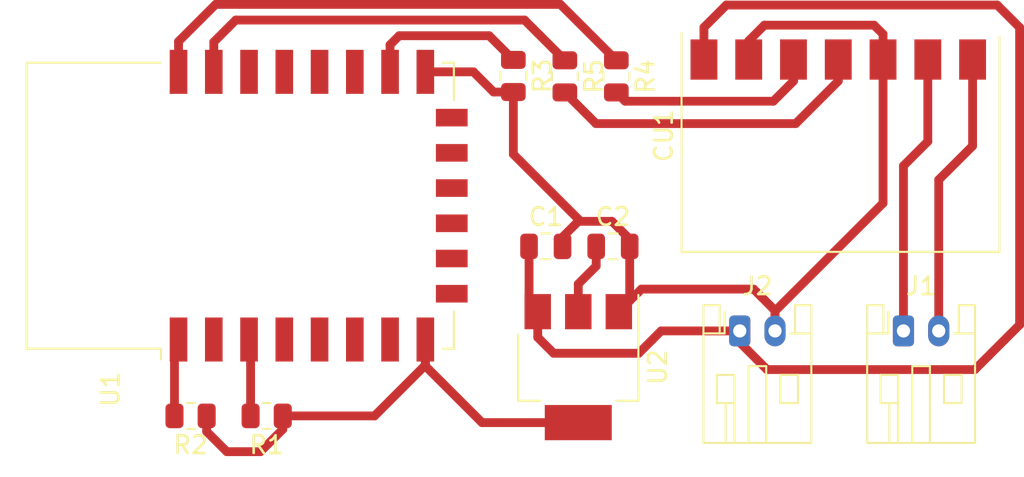
<source format=kicad_pcb>
(kicad_pcb (version 20211014) (generator pcbnew)
  (layers (0 "F.Cu" signal) (31 "B.Cu" signal) (34 "B.Paste" user) (35 "F.Paste" user) (36 "B.SilkS" user "B.Silkscreen") (37 "F.SilkS" user "F.Silkscreen") (38 "B.Mask" user) (39 "F.Mask" user) (44 "Edge.Cuts" user))
  (net 0 "")
  (net 1 "+5V")
  (net 2 "GND")
  (net 3 "+3.3V")
  (net 4 "Net-(CU1-Pad3)")
  (net 5 "Net-(CU1-Pad4)")
  (net 6 "/IN_A")
  (net 7 "/IN_B")
  (net 8 "Net-(R1-Pad2)")
  (net 9 "Net-(R2-Pad2)")
  (net 10 "Net-(R3-Pad1)")
  (net 11 "/ESP_TX")
  (net 12 "/ESP_RX")
  (footprint "-local:R411A01" (layer "F.Cu") (at 116.983 70.695 90)
    (fp_text reference "CU1" (at 6.096 -1.524 90 unlocked) (layer "F.SilkS"))
    (fp_text value "R411A01")
    (fp_line (start -0.508 -0.508) (end -0.508 17.526) (layer "F.SilkS") (width 0.12))
    (fp_line (start 11.938 -0.508) (end -0.508 -0.508) (layer "F.SilkS") (width 0.12))
    (fp_line (start -0.508 17.526) (end 11.684 17.526) (layer "F.SilkS") (width 0.12))
    (pad "1" smd rect (at 10.414 0.762 90) (size 2.286 1.524) (layers "F.Cu" "F.Paste" "F.Mask") (net 1 "+5V"))
    (pad "2" smd rect (at 10.414 3.302 90) (size 2.286 1.524) (layers "F.Cu" "F.Paste" "F.Mask") (net 2 "GND"))
    (pad "3" smd rect (at 10.414 5.842 90) (size 2.286 1.524) (layers "F.Cu" "F.Paste" "F.Mask") (net 4 "Net-(CU1-Pad3)"))
    (pad "4" smd rect (at 10.414 8.382 90) (size 2.286 1.524) (layers "F.Cu" "F.Paste" "F.Mask") (net 5 "Net-(CU1-Pad4)"))
    (pad "5" smd rect (at 10.414 10.922 90) (size 2.286 1.524) (layers "F.Cu" "F.Paste" "F.Mask") (net 2 "GND"))
    (pad "6" smd rect (at 10.414 13.462 90) (size 2.286 1.524) (layers "F.Cu" "F.Paste" "F.Mask") (net 6 "/IN_A"))
    (pad "7" smd rect (at 10.414 16.002 90) (size 2.286 1.524) (layers "F.Cu" "F.Paste" "F.Mask") (net 7 "/IN_B"))
  )
  (footprint "Resistor_SMD:R_0805_2012Metric" (layer "F.Cu") (at 106.934 61.214 -90)
    (fp_text reference "R3" (at 0 -1.65 90) (layer "F.SilkS"))
    (fp_text value "10k")
    (fp_line (start -0.227064 0.735) (end 0.227064 0.735) (layer "F.SilkS") (width 0.12))
    (fp_line (start -0.227064 -0.735) (end 0.227064 -0.735) (layer "F.SilkS") (width 0.12))
    (pad "1" smd roundrect (at -0.9125 0 270) (size 1.025 1.4) (layers "F.Cu" "F.Paste" "F.Mask") (roundrect_rratio 0.243902) (net 10 "Net-(R3-Pad1)"))
    (pad "2" smd roundrect (at 0.9125 0 270) (size 1.025 1.4) (layers "F.Cu" "F.Paste" "F.Mask") (roundrect_rratio 0.243902) (net 2 "GND"))
  )
  (footprint "Resistor_SMD:R_0805_2012Metric" (layer "F.Cu") (at 92.9405 80.518 180)
    (fp_text reference "R1" (at 0 -1.65) (layer "F.SilkS"))
    (fp_text value "10k")
    (fp_line (start -0.227064 -0.735) (end 0.227064 -0.735) (layer "F.SilkS") (width 0.12))
    (fp_line (start -0.227064 0.735) (end 0.227064 0.735) (layer "F.SilkS") (width 0.12))
    (pad "1" smd roundrect (at -0.9125 0 180) (size 1.025 1.4) (layers "F.Cu" "F.Paste" "F.Mask") (roundrect_rratio 0.243902) (net 3 "+3.3V"))
    (pad "2" smd roundrect (at 0.9125 0 180) (size 1.025 1.4) (layers "F.Cu" "F.Paste" "F.Mask") (roundrect_rratio 0.243902) (net 8 "Net-(R1-Pad2)"))
  )
  (footprint "Connector_JST:JST_PH_S2B-PH-K_1x02_P2.00mm_Horizontal" (layer "F.Cu") (at 119.777 75.692)
    (fp_text reference "J2" (at 1 -2.55) (layer "F.SilkS"))
    (fp_text value "Conn_01x02")
    (fp_line (start 2.3 2.5) (end 3.3 2.5) (layer "F.SilkS") (width 0.12))
    (fp_line (start -2.06 0.14) (end -1.14 0.14) (layer "F.SilkS") (width 0.12))
    (fp_line (start 0.5 2) (end 1.5 2) (layer "F.SilkS") (width 0.12))
    (fp_line (start -0.86 0.14) (end -1.14 0.14) (layer "F.SilkS") (width 0.12))
    (fp_line (start -0.3 4.1) (end -0.3 6.36) (layer "F.SilkS") (width 0.12))
    (fp_line (start 1.5 2) (end 1.5 6.36) (layer "F.SilkS") (width 0.12))
    (fp_line (start -0.8 4.1) (end -0.8 6.36) (layer "F.SilkS") (width 0.12))
    (fp_line (start -0.3 4.1) (end -0.3 2.5) (layer "F.SilkS") (width 0.12))
    (fp_line (start -1.14 -1.46) (end -2.06 -1.46) (layer "F.SilkS") (width 0.12))
    (fp_line (start 3.3 2.5) (end 3.3 4.1) (layer "F.SilkS") (width 0.12))
    (fp_line (start 0.5 6.36) (end 0.5 2) (layer "F.SilkS") (width 0.12))
    (fp_line (start -0.3 2.5) (end -1.3 2.5) (layer "F.SilkS") (width 0.12))
    (fp_line (start 3.14 0.14) (end 2.86 0.14) (layer "F.SilkS") (width 0.12))
    (fp_line (start -0.86 0.14) (end -0.86 -1.075) (layer "F.SilkS") (width 0.12))
    (fp_line (start 3.14 -1.46) (end 3.14 0.14) (layer "F.SilkS") (width 0.12))
    (fp_line (start -1.14 0.14) (end -1.14 -1.46) (layer "F.SilkS") (width 0.12))
    (fp_line (start 3.3 4.1) (end 2.3 4.1) (layer "F.SilkS") (width 0.12))
    (fp_line (start 4.06 0.14) (end 3.14 0.14) (layer "F.SilkS") (width 0.12))
    (fp_line (start 4.06 6.36) (end 4.06 -1.46) (layer "F.SilkS") (width 0.12))
    (fp_line (start -1.3 4.1) (end -0.3 4.1) (layer "F.SilkS") (width 0.12))
    (fp_line (start -2.06 6.36) (end 4.06 6.36) (layer "F.SilkS") (width 0.12))
    (fp_line (start 2.3 4.1) (end 2.3 2.5) (layer "F.SilkS") (width 0.12))
    (fp_line (start -2.06 -1.46) (end -2.06 6.36) (layer "F.SilkS") (width 0.12))
    (fp_line (start 4.06 -1.46) (end 3.14 -1.46) (layer "F.SilkS") (width 0.12))
    (fp_line (start -1.3 2.5) (end -1.3 4.1) (layer "F.SilkS") (width 0.12))
    (pad "1" thru_hole roundrect (at 0 0) (size 1.2 1.75) (drill 0.75) (layers *.Cu *.Mask) (roundrect_rratio 0.208333) (net 1 "+5V"))
    (pad "2" thru_hole oval (at 2 0) (size 1.2 1.75) (drill 0.75) (layers *.Cu *.Mask) (net 2 "GND"))
  )
  (footprint "Resistor_SMD:R_0805_2012Metric" (layer "F.Cu") (at 109.855 61.2375 -90)
    (fp_text reference "R5" (at 0 -1.65 90) (layer "F.SilkS"))
    (fp_text value "0")
    (fp_line (start -0.227064 -0.735) (end 0.227064 -0.735) (layer "F.SilkS") (width 0.12))
    (fp_line (start -0.227064 0.735) (end 0.227064 0.735) (layer "F.SilkS") (width 0.12))
    (pad "1" smd roundrect (at -0.9125 0 270) (size 1.025 1.4) (layers "F.Cu" "F.Paste" "F.Mask") (roundrect_rratio 0.243902) (net 12 "/ESP_RX"))
    (pad "2" smd roundrect (at 0.9125 0 270) (size 1.025 1.4) (layers "F.Cu" "F.Paste" "F.Mask") (roundrect_rratio 0.243902) (net 5 "Net-(CU1-Pad4)"))
  )
  (footprint "Resistor_SMD:R_0805_2012Metric" (layer "F.Cu") (at 112.776 61.2375 -90)
    (fp_text reference "R4" (at 0 -1.65 90) (layer "F.SilkS"))
    (fp_text value "0")
    (fp_line (start -0.227064 0.735) (end 0.227064 0.735) (layer "F.SilkS") (width 0.12))
    (fp_line (start -0.227064 -0.735) (end 0.227064 -0.735) (layer "F.SilkS") (width 0.12))
    (pad "1" smd roundrect (at -0.9125 0 270) (size 1.025 1.4) (layers "F.Cu" "F.Paste" "F.Mask") (roundrect_rratio 0.243902) (net 11 "/ESP_TX"))
    (pad "2" smd roundrect (at 0.9125 0 270) (size 1.025 1.4) (layers "F.Cu" "F.Paste" "F.Mask") (roundrect_rratio 0.243902) (net 4 "Net-(CU1-Pad3)"))
  )
  (footprint "Package_TO_SOT_SMD:SOT-223-3_TabPin2" (layer "F.Cu") (at 110.617 77.749 -90)
    (fp_text reference "U2" (at 0 -4.5 90) (layer "F.SilkS"))
    (fp_text value "AMS1117-3.3")
    (fp_line (start -1.85 3.41) (end 1.91 3.41) (layer "F.SilkS") (width 0.12))
    (fp_line (start 1.91 3.41) (end 1.91 2.15) (layer "F.SilkS") (width 0.12))
    (fp_line (start 1.91 -3.41) (end 1.91 -2.15) (layer "F.SilkS") (width 0.12))
    (fp_line (start -4.1 -3.41) (end 1.91 -3.41) (layer "F.SilkS") (width 0.12))
    (pad "1" smd rect (at -3.15 -2.3 270) (size 2 1.5) (layers "F.Cu" "F.Paste" "F.Mask") (net 2 "GND"))
    (pad "2" smd rect (at -3.15 0 270) (size 2 1.5) (layers "F.Cu" "F.Paste" "F.Mask") (net 3 "+3.3V"))
    (pad "2" smd rect (at 3.15 0 270) (size 2 3.8) (layers "F.Cu" "F.Paste" "F.Mask") (net 3 "+3.3V"))
    (pad "3" smd rect (at -3.15 2.3 270) (size 2 1.5) (layers "F.Cu" "F.Paste" "F.Mask") (net 1 "+5V"))
  )
  (footprint "Connector_JST:JST_PH_S2B-PH-K_1x02_P2.00mm_Horizontal" (layer "F.Cu") (at 129.064 75.692)
    (fp_text reference "J1" (at 1 -2.55) (layer "F.SilkS"))
    (fp_text value "Conn_01x02")
    (fp_line (start 1.5 2) (end 1.5 6.36) (layer "F.SilkS") (width 0.12))
    (fp_line (start 3.14 0.14) (end 2.86 0.14) (layer "F.SilkS") (width 0.12))
    (fp_line (start 4.06 6.36) (end 4.06 -1.46) (layer "F.SilkS") (width 0.12))
    (fp_line (start 3.14 -1.46) (end 3.14 0.14) (layer "F.SilkS") (width 0.12))
    (fp_line (start -0.8 4.1) (end -0.8 6.36) (layer "F.SilkS") (width 0.12))
    (fp_line (start -0.3 4.1) (end -0.3 2.5) (layer "F.SilkS") (width 0.12))
    (fp_line (start -2.06 0.14) (end -1.14 0.14) (layer "F.SilkS") (width 0.12))
    (fp_line (start -1.14 -1.46) (end -2.06 -1.46) (layer "F.SilkS") (width 0.12))
    (fp_line (start -1.3 2.5) (end -1.3 4.1) (layer "F.SilkS") (width 0.12))
    (fp_line (start -0.86 0.14) (end -1.14 0.14) (layer "F.SilkS") (width 0.12))
    (fp_line (start 0.5 2) (end 1.5 2) (layer "F.SilkS") (width 0.12))
    (fp_line (start 3.3 4.1) (end 2.3 4.1) (layer "F.SilkS") (width 0.12))
    (fp_line (start 3.3 2.5) (end 3.3 4.1) (layer "F.SilkS") (width 0.12))
    (fp_line (start 0.5 6.36) (end 0.5 2) (layer "F.SilkS") (width 0.12))
    (fp_line (start 4.06 0.14) (end 3.14 0.14) (layer "F.SilkS") (width 0.12))
    (fp_line (start 2.3 2.5) (end 3.3 2.5) (layer "F.SilkS") (width 0.12))
    (fp_line (start -0.3 2.5) (end -1.3 2.5) (layer "F.SilkS") (width 0.12))
    (fp_line (start -0.3 4.1) (end -0.3 6.36) (layer "F.SilkS") (width 0.12))
    (fp_line (start -2.06 -1.46) (end -2.06 6.36) (layer "F.SilkS") (width 0.12))
    (fp_line (start 2.3 4.1) (end 2.3 2.5) (layer "F.SilkS") (width 0.12))
    (fp_line (start -0.86 0.14) (end -0.86 -1.075) (layer "F.SilkS") (width 0.12))
    (fp_line (start -1.14 0.14) (end -1.14 -1.46) (layer "F.SilkS") (width 0.12))
    (fp_line (start -2.06 6.36) (end 4.06 6.36) (layer "F.SilkS") (width 0.12))
    (fp_line (start -1.3 4.1) (end -0.3 4.1) (layer "F.SilkS") (width 0.12))
    (fp_line (start 4.06 -1.46) (end 3.14 -1.46) (layer "F.SilkS") (width 0.12))
    (pad "1" thru_hole roundrect (at 0 0) (size 1.2 1.75) (drill 0.75) (layers *.Cu *.Mask) (roundrect_rratio 0.208333) (net 6 "/IN_A"))
    (pad "2" thru_hole oval (at 2 0) (size 1.2 1.75) (drill 0.75) (layers *.Cu *.Mask) (net 7 "/IN_B"))
  )
  (footprint "RF_Module:ESP-12E" (layer "F.Cu") (at 91.44 68.58 90)
    (fp_text reference "U1" (at -10.414 -7.366 90) (layer "F.SilkS"))
    (fp_text value "ESP-12F")
    (fp_line (start -8.12 -4.5) (end -8.73 -4.5) (layer "F.SilkS") (width 0.12))
    (fp_line (start 8.12 11.5) (end 8.12 12.12) (layer "F.SilkS") (width 0.12))
    (fp_line (start 8.12 12.12) (end 6 12.12) (layer "F.SilkS") (width 0.12))
    (fp_line (start -8.12 -12.12) (end 8.12 -12.12) (layer "F.SilkS") (width 0.12))
    (fp_line (start -8.12 12.12) (end -8.12 11.5) (layer "F.SilkS") (width 0.12))
    (fp_line (start -8.12 -4.5) (end -8.12 -12.12) (layer "F.SilkS") (width 0.12))
    (fp_line (start 8.12 -12.12) (end 8.12 -4.5) (layer "F.SilkS") (width 0.12))
    (fp_line (start -6 12.12) (end -8.12 12.12) (layer "F.SilkS") (width 0.12))
    (pad "1" smd rect (at -7.6 -3.5 90) (size 2.5 1) (layers "F.Cu" "F.Paste" "F.Mask") (net 9 "Net-(R2-Pad2)"))
    (pad "2" smd rect (at -7.6 -1.5 90) (size 2.5 1) (layers "F.Cu" "F.Paste" "F.Mask"))
    (pad "3" smd rect (at -7.6 0.5 90) (size 2.5 1) (layers "F.Cu" "F.Paste" "F.Mask") (net 8 "Net-(R1-Pad2)"))
    (pad "4" smd rect (at -7.6 2.5 90) (size 2.5 1) (layers "F.Cu" "F.Paste" "F.Mask"))
    (pad "5" smd rect (at -7.6 4.5 90) (size 2.5 1) (layers "F.Cu" "F.Paste" "F.Mask"))
    (pad "6" smd rect (at -7.6 6.5 90) (size 2.5 1) (layers "F.Cu" "F.Paste" "F.Mask"))
    (pad "7" smd rect (at -7.6 8.5 90) (size 2.5 1) (layers "F.Cu" "F.Paste" "F.Mask"))
    (pad "8" smd rect (at -7.6 10.5 90) (size 2.5 1) (layers "F.Cu" "F.Paste" "F.Mask") (net 3 "+3.3V"))
    (pad "9" smd rect (at -5 12 90) (size 1 1.8) (layers "F.Cu" "F.Paste" "F.Mask"))
    (pad "10" smd rect (at -3 12 90) (size 1 1.8) (layers "F.Cu" "F.Paste" "F.Mask"))
    (pad "11" smd rect (at -1 12 90) (size 1 1.8) (layers "F.Cu" "F.Paste" "F.Mask"))
    (pad "12" smd rect (at 1 12 90) (size 1 1.8) (layers "F.Cu" "F.Paste" "F.Mask"))
    (pad "13" smd rect (at 3 12 90) (size 1 1.8) (layers "F.Cu" "F.Paste" "F.Mask"))
    (pad "14" smd rect (at 5 12 90) (size 1 1.8) (layers "F.Cu" "F.Paste" "F.Mask"))
    (pad "15" smd rect (at 7.6 10.5 90) (size 2.5 1) (layers "F.Cu" "F.Paste" "F.Mask") (net 2 "GND"))
    (pad "16" smd rect (at 7.6 8.5 90) (size 2.5 1) (layers "F.Cu" "F.Paste" "F.Mask") (net 10 "Net-(R3-Pad1)"))
    (pad "17" smd rect (at 7.6 6.5 90) (size 2.5 1) (layers "F.Cu" "F.Paste" "F.Mask"))
    (pad "18" smd rect (at 7.6 4.5 90) (size 2.5 1) (layers "F.Cu" "F.Paste" "F.Mask"))
    (pad "19" smd rect (at 7.6 2.5 90) (size 2.5 1) (layers "F.Cu" "F.Paste" "F.Mask"))
    (pad "20" smd rect (at 7.6 0.5 90) (size 2.5 1) (layers "F.Cu" "F.Paste" "F.Mask"))
    (pad "21" smd rect (at 7.6 -1.5 90) (size 2.5 1) (layers "F.Cu" "F.Paste" "F.Mask") (net 12 "/ESP_RX"))
    (pad "22" smd rect (at 7.6 -3.5 90) (size 2.5 1) (layers "F.Cu" "F.Paste" "F.Mask") (net 11 "/ESP_TX"))
  )
  (footprint "Capacitor_SMD:C_0805_2012Metric" (layer "F.Cu") (at 108.773 70.891)
    (fp_text reference "C1" (at 0 -1.68) (layer "F.SilkS"))
    (fp_text value "10u")
    (fp_line (start -0.261252 -0.735) (end 0.261252 -0.735) (layer "F.SilkS") (width 0.12))
    (fp_line (start -0.261252 0.735) (end 0.261252 0.735) (layer "F.SilkS") (width 0.12))
    (pad "1" smd roundrect (at -0.95 0) (size 1 1.45) (layers "F.Cu" "F.Paste" "F.Mask") (net 1 "+5V"))
    (pad "2" smd roundrect (at 0.95 0) (size 1 1.45) (layers "F.Cu" "F.Paste" "F.Mask") (net 2 "GND"))
  )
  (footprint "Resistor_SMD:R_0805_2012Metric" (layer "F.Cu") (at 88.6225 80.518 180)
    (fp_text reference "R2" (at 0 -1.65) (layer "F.SilkS"))
    (fp_text value "10k")
    (fp_line (start -0.227064 0.735) (end 0.227064 0.735) (layer "F.SilkS") (width 0.12))
    (fp_line (start -0.227064 -0.735) (end 0.227064 -0.735) (layer "F.SilkS") (width 0.12))
    (pad "1" smd roundrect (at -0.9125 0 180) (size 1.025 1.4) (layers "F.Cu" "F.Paste" "F.Mask") (roundrect_rratio 0.243902) (net 3 "+3.3V"))
    (pad "2" smd roundrect (at 0.9125 0 180) (size 1.025 1.4) (layers "F.Cu" "F.Paste" "F.Mask") (roundrect_rratio 0.243902) (net 9 "Net-(R2-Pad2)"))
  )
  (footprint "Capacitor_SMD:C_0805_2012Metric" (layer "F.Cu") (at 112.583 70.891)
    (fp_text reference "C2" (at 0 -1.68) (layer "F.SilkS"))
    (fp_text value "10u")
    (fp_line (start -0.261252 -0.735) (end 0.261252 -0.735) (layer "F.SilkS") (width 0.12))
    (fp_line (start -0.261252 0.735) (end 0.261252 0.735) (layer "F.SilkS") (width 0.12))
    (pad "1" smd roundrect (at -0.95 0) (size 1 1.45) (layers "F.Cu" "F.Paste" "F.Mask") (net 3 "+3.3V"))
    (pad "2" smd roundrect (at 0.95 0) (size 1 1.45) (layers "F.Cu" "F.Paste" "F.Mask") (net 2 "GND"))
  )
  (segment (start 119.015 57.187) (end 134.382 57.187) (width 0.5) (layer "F.Cu") (net 1))
  (segment (start 107.823 74.105) (end 107.823 70.891) (width 0.5) (layer "F.Cu") (net 1))
  (segment (start 117.745 58.457) (end 119.015 57.187) (width 0.5) (layer "F.Cu") (net 1))
  (segment (start 108.317 74.599) (end 107.823 74.105) (width 0.5) (layer "F.Cu") (net 1))
  (segment (start 121.322 77.888) (end 119.777 76.343) (width 0.5) (layer "F.Cu") (net 1))
  (segment (start 133.112 77.888) (end 121.322 77.888) (width 0.5) (layer "F.Cu") (net 1))
  (segment (start 115.316 75.692) (end 114.046 76.962) (width 0.5) (layer "F.Cu") (net 1))
  (segment (start 135.652 75.348) (end 133.112 77.888) (width 0.5) (layer "F.Cu") (net 1))
  (segment (start 114.046 76.962) (end 109.22 76.962) (width 0.5) (layer "F.Cu") (net 1))
  (segment (start 119.777 76.343) (end 119.777 75.692) (width 0.5) (layer "F.Cu") (net 1))
  (segment (start 119.285 75.692) (end 115.316 75.692) (width 0.5) (layer "F.Cu") (net 1))
  (segment (start 134.382 57.187) (end 135.652 58.457) (width 0.5) (layer "F.Cu") (net 1))
  (segment (start 135.652 58.457) (end 135.652 75.348) (width 0.5) (layer "F.Cu") (net 1))
  (segment (start 109.22 76.962) (end 108.317 76.059) (width 0.5) (layer "F.Cu") (net 1))
  (segment (start 108.317 76.059) (end 108.317 74.599) (width 0.5) (layer "F.Cu") (net 1))
  (segment (start 117.745 59.092) (end 117.745 58.457) (width 0.5) (layer "F.Cu") (net 1))
  (segment (start 120.285 60.281) (end 120.285 59.219) (width 0.5) (layer "F.Cu") (net 2))
  (segment (start 127.905 68.437) (end 121.777 74.565) (width 0.5) (layer "F.Cu") (net 2))
  (segment (start 104.668 60.98) (end 101.94 60.98) (width 0.5) (layer "F.Cu") (net 2))
  (segment (start 127.905 58.838) (end 127.905 60.281) (width 0.5) (layer "F.Cu") (net 2))
  (segment (start 105.8145 62.1265) (end 104.668 60.98) (width 0.5) (layer "F.Cu") (net 2))
  (segment (start 127.905 60.281) (end 127.905 68.437) (width 0.5) (layer "F.Cu") (net 2))
  (segment (start 113.533 70.48) (end 112.522 69.469) (width 0.5) (layer "F.Cu") (net 2))
  (segment (start 110.617 69.469) (end 109.723 70.363) (width 0.5) (layer "F.Cu") (net 2))
  (segment (start 127.397 58.33) (end 127.905 58.838) (width 0.5) (layer "F.Cu") (net 2))
  (segment (start 120.56 73.316) (end 114.2 73.316) (width 0.5) (layer "F.Cu") (net 2))
  (segment (start 113.533 70.891) (end 113.533 70.48) (width 0.5) (layer "F.Cu") (net 2))
  (segment (start 121.174 58.33) (end 127.397 58.33) (width 0.5) (layer "F.Cu") (net 2))
  (segment (start 113.533 70.891) (end 113.533 73.983) (width 0.5) (layer "F.Cu") (net 2))
  (segment (start 112.522 69.469) (end 110.617 69.469) (width 0.5) (layer "F.Cu") (net 2))
  (segment (start 121.777 75.692) (end 121.777 74.533) (width 0.5) (layer "F.Cu") (net 2))
  (segment (start 121.777 74.565) (end 121.777 75.692) (width 0.5) (layer "F.Cu") (net 2))
  (segment (start 121.777 74.533) (end 120.56 73.316) (width 0.5) (layer "F.Cu") (net 2))
  (segment (start 120.285 59.219) (end 121.174 58.33) (width 0.5) (layer "F.Cu") (net 2))
  (segment (start 110.617 69.342) (end 106.934 65.659) (width 0.5) (layer "F.Cu") (net 2))
  (segment (start 109.723 70.363) (end 109.723 70.891) (width 0.5) (layer "F.Cu") (net 2))
  (segment (start 106.934 65.659) (end 106.934 62.1265) (width 0.5) (layer "F.Cu") (net 2))
  (segment (start 114.2 73.316) (end 112.917 74.599) (width 0.5) (layer "F.Cu") (net 2))
  (segment (start 110.617 69.469) (end 110.617 69.342) (width 0.5) (layer "F.Cu") (net 2))
  (segment (start 113.533 73.983) (end 112.917 74.599) (width 0.5) (layer "F.Cu") (net 2))
  (segment (start 106.934 62.1265) (end 105.8145 62.1265) (width 0.5) (layer "F.Cu") (net 2))
  (segment (start 93.853 81.28) (end 93.853 80.518) (width 0.5) (layer "F.Cu") (net 3))
  (segment (start 90.678 82.55) (end 92.583 82.55) (width 0.5) (layer "F.Cu") (net 3))
  (segment (start 93.853 80.518) (end 99.06 80.518) (width 0.5) (layer "F.Cu") (net 3))
  (segment (start 99.06 80.518) (end 101.94 77.638) (width 0.5) (layer "F.Cu") (net 3))
  (segment (start 101.94 77.638) (end 101.94 76.18) (width 0.5) (layer "F.Cu") (net 3))
  (segment (start 111.633 70.891) (end 111.633 72.009) (width 0.5) (layer "F.Cu") (net 3))
  (segment (start 105.156 80.899) (end 101.94 77.683) (width 0.5) (layer "F.Cu") (net 3))
  (segment (start 92.583 82.55) (end 93.853 81.28) (width 0.5) (layer "F.Cu") (net 3))
  (segment (start 101.94 77.556) (end 101.94 76.18) (width 0.5) (layer "F.Cu") (net 3))
  (segment (start 110.617 80.899) (end 105.156 80.899) (width 0.5) (layer "F.Cu") (net 3))
  (segment (start 110.617 73.025) (end 110.617 74.599) (width 0.5) (layer "F.Cu") (net 3))
  (segment (start 111.633 72.009) (end 110.617 73.025) (width 0.5) (layer "F.Cu") (net 3))
  (segment (start 89.535 80.518) (end 89.535 81.407) (width 0.5) (layer "F.Cu") (net 3))
  (segment (start 101.94 77.683) (end 101.94 76.18) (width 0.5) (layer "F.Cu") (net 3))
  (segment (start 89.535 81.407) (end 90.678 82.55) (width 0.5) (layer "F.Cu") (net 3))
  (segment (start 121.682 62.648) (end 113.274 62.648) (width 0.5) (layer "F.Cu") (net 4))
  (segment (start 122.825 61.505) (end 121.682 62.648) (width 0.5) (layer "F.Cu") (net 4))
  (segment (start 113.274 62.648) (end 112.776 62.15) (width 0.5) (layer "F.Cu") (net 4))
  (segment (start 122.825 60.281) (end 122.825 61.505) (width 0.5) (layer "F.Cu") (net 4))
  (segment (start 122.952 63.918) (end 111.623 63.918) (width 0.5) (layer "F.Cu") (net 5))
  (segment (start 111.623 63.918) (end 109.855 62.15) (width 0.5) (layer "F.Cu") (net 5))
  (segment (start 125.365 59.9) (end 125.365 60.281) (width 0.5) (layer "F.Cu") (net 5))
  (segment (start 125.365 61.505) (end 122.952 63.918) (width 0.5) (layer "F.Cu") (net 5))
  (segment (start 125.365 60.281) (end 125.365 61.505) (width 0.5) (layer "F.Cu") (net 5))
  (segment (start 129.064 75.692) (end 129.064 66.315) (width 0.5) (layer "F.Cu") (net 6))
  (segment (start 129.064 66.315) (end 130.445 64.934) (width 0.5) (layer "F.Cu") (net 6))
  (segment (start 130.445 64.934) (end 130.445 60.281) (width 0.5) (layer "F.Cu") (net 6))
  (segment (start 132.985 65.188) (end 132.985 60.281) (width 0.5) (layer "F.Cu") (net 7))
  (segment (start 131.064 75.692) (end 131.064 67.109) (width 0.5) (layer "F.Cu") (net 7))
  (segment (start 131.064 67.109) (end 132.985 65.188) (width 0.5) (layer "F.Cu") (net 7))
  (segment (start 92.028 80.518) (end 92.028 76.268) (width 0.5) (layer "F.Cu") (net 8))
  (segment (start 92.028 76.268) (end 91.94 76.18) (width 0.5) (layer "F.Cu") (net 8))
  (segment (start 87.71 80.518) (end 87.71 76.41) (width 0.5) (layer "F.Cu") (net 9))
  (segment (start 87.71 76.41) (end 87.94 76.18) (width 0.5) (layer "F.Cu") (net 9))
  (segment (start 100.457 58.928) (end 99.94 59.445) (width 0.5) (layer "F.Cu") (net 10))
  (segment (start 106.934 60.3015) (end 105.5605 58.928) (width 0.5) (layer "F.Cu") (net 10))
  (segment (start 99.94 59.445) (end 99.94 60.98) (width 0.5) (layer "F.Cu") (net 10))
  (segment (start 105.5605 58.928) (end 100.457 58.928) (width 0.5) (layer "F.Cu") (net 10))
  (segment (start 87.94 60.98) (end 87.94 59.253) (width 0.5) (layer "F.Cu") (net 11))
  (segment (start 87.94 59.253) (end 90.043 57.15) (width 0.5) (layer "F.Cu") (net 11))
  (segment (start 90.043 57.15) (end 109.601 57.15) (width 0.5) (layer "F.Cu") (net 11))
  (segment (start 109.601 57.15) (end 112.776 60.325) (width 0.5) (layer "F.Cu") (net 11))
  (segment (start 91.186 58.039) (end 107.569 58.039) (width 0.5) (layer "F.Cu") (net 12))
  (segment (start 89.94 59.285) (end 91.186 58.039) (width 0.5) (layer "F.Cu") (net 12))
  (segment (start 89.94 60.98) (end 89.94 59.285) (width 0.5) (layer "F.Cu") (net 12))
  (segment (start 107.569 58.039) (end 109.855 60.325) (width 0.5) (layer "F.Cu") (net 12))
)
</source>
